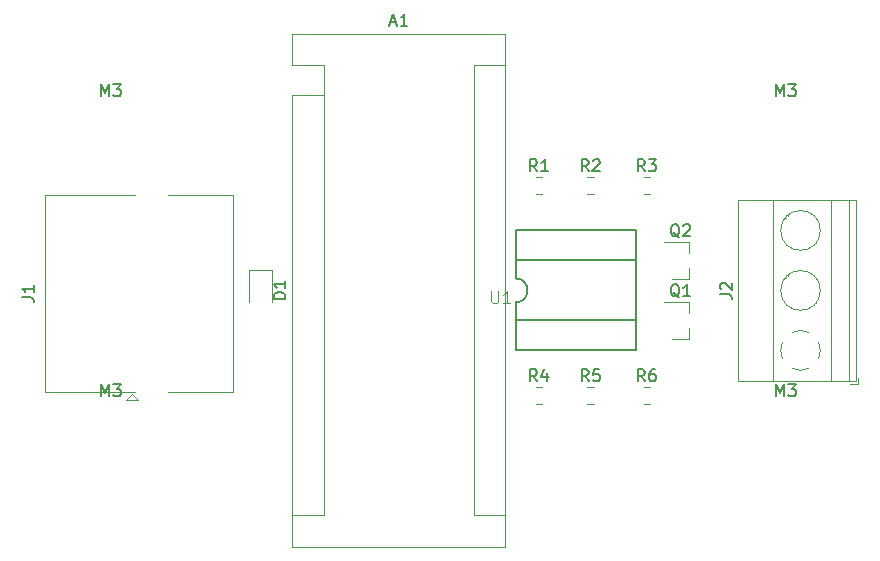
<source format=gbr>
%TF.GenerationSoftware,KiCad,Pcbnew,(5.1.6)-1*%
%TF.CreationDate,2020-09-23T17:10:44+08:00*%
%TF.ProjectId,Power Meter,506f7765-7220-44d6-9574-65722e6b6963,rev?*%
%TF.SameCoordinates,Original*%
%TF.FileFunction,Legend,Top*%
%TF.FilePolarity,Positive*%
%FSLAX46Y46*%
G04 Gerber Fmt 4.6, Leading zero omitted, Abs format (unit mm)*
G04 Created by KiCad (PCBNEW (5.1.6)-1) date 2020-09-23 17:10:44*
%MOMM*%
%LPD*%
G01*
G04 APERTURE LIST*
%ADD10C,0.120000*%
%ADD11C,0.152400*%
%ADD12C,0.203200*%
%ADD13C,0.150000*%
%ADD14C,0.015000*%
G04 APERTURE END LIST*
D10*
%TO.C,A1*%
X148875000Y-76200000D02*
X148875000Y-73660000D01*
X148875000Y-73660000D02*
X146205000Y-73660000D01*
X146205000Y-76200000D02*
X146205000Y-114430000D01*
X146205000Y-70990000D02*
X146205000Y-73660000D01*
X161575000Y-73660000D02*
X164245000Y-73660000D01*
X161575000Y-73660000D02*
X161575000Y-111760000D01*
X161575000Y-111760000D02*
X164245000Y-111760000D01*
X148875000Y-76200000D02*
X146205000Y-76200000D01*
X148875000Y-76200000D02*
X148875000Y-111760000D01*
X148875000Y-111760000D02*
X146205000Y-111760000D01*
X146205000Y-114430000D02*
X164245000Y-114430000D01*
X164245000Y-114430000D02*
X164245000Y-70990000D01*
X164245000Y-70990000D02*
X146205000Y-70990000D01*
%TO.C,D1*%
X142550000Y-91025000D02*
X142550000Y-93710000D01*
X144470000Y-91025000D02*
X142550000Y-91025000D01*
X144470000Y-93710000D02*
X144470000Y-91025000D01*
%TO.C,J1*%
X132150000Y-102020000D02*
X132650000Y-101520000D01*
X133150000Y-102020000D02*
X132150000Y-102020000D01*
X132650000Y-101520000D02*
X133150000Y-102020000D01*
X141210000Y-84595000D02*
X135650000Y-84595000D01*
X141210000Y-101325000D02*
X135650000Y-101325000D01*
X141210000Y-101325000D02*
X141210000Y-84595000D01*
X125240000Y-84595000D02*
X132850000Y-84595000D01*
X125240000Y-101325000D02*
X132850000Y-101325000D01*
X125240000Y-101325000D02*
X125240000Y-84595000D01*
%TO.C,J2*%
X194130000Y-100630000D02*
X194130000Y-100130000D01*
X193390000Y-100630000D02*
X194130000Y-100630000D01*
X190253000Y-88857000D02*
X190299000Y-88904000D01*
X187955000Y-86560000D02*
X187991000Y-86595000D01*
X190469000Y-88664000D02*
X190504000Y-88699000D01*
X188161000Y-86355000D02*
X188207000Y-86402000D01*
X190253000Y-93937000D02*
X190299000Y-93984000D01*
X187955000Y-91640000D02*
X187991000Y-91675000D01*
X190469000Y-93744000D02*
X190504000Y-93779000D01*
X188161000Y-91435000D02*
X188207000Y-91482000D01*
X183969000Y-85030000D02*
X193890000Y-85030000D01*
X183969000Y-100390000D02*
X193890000Y-100390000D01*
X193890000Y-100390000D02*
X193890000Y-85030000D01*
X183969000Y-100390000D02*
X183969000Y-85030000D01*
X186929000Y-100390000D02*
X186929000Y-85030000D01*
X191830000Y-100390000D02*
X191830000Y-85030000D01*
X193330000Y-100390000D02*
X193330000Y-85030000D01*
X190910000Y-87630000D02*
G75*
G03*
X190910000Y-87630000I-1680000J0D01*
G01*
X190910000Y-92710000D02*
G75*
G03*
X190910000Y-92710000I-1680000J0D01*
G01*
X190764756Y-97106682D02*
G75*
G02*
X190910000Y-97790000I-1534756J-683318D01*
G01*
X188546958Y-96254574D02*
G75*
G02*
X189914000Y-96255000I683042J-1535426D01*
G01*
X187694574Y-98473042D02*
G75*
G02*
X187695000Y-97106000I1535426J683042D01*
G01*
X189913042Y-99325426D02*
G75*
G02*
X188546000Y-99325000I-683042J1535426D01*
G01*
X190910253Y-97761195D02*
G75*
G02*
X190765000Y-98474000I-1680253J-28805D01*
G01*
%TO.C,Q1*%
X179830000Y-96830000D02*
X178370000Y-96830000D01*
X179830000Y-93670000D02*
X177670000Y-93670000D01*
X179830000Y-93670000D02*
X179830000Y-94600000D01*
X179830000Y-96830000D02*
X179830000Y-95900000D01*
%TO.C,Q2*%
X179830000Y-91750000D02*
X179830000Y-90820000D01*
X179830000Y-88590000D02*
X179830000Y-89520000D01*
X179830000Y-88590000D02*
X177670000Y-88590000D01*
X179830000Y-91750000D02*
X178370000Y-91750000D01*
%TO.C,R1*%
X166826422Y-84530000D02*
X167343578Y-84530000D01*
X166826422Y-83110000D02*
X167343578Y-83110000D01*
%TO.C,R2*%
X171191422Y-83110000D02*
X171708578Y-83110000D01*
X171191422Y-84530000D02*
X171708578Y-84530000D01*
%TO.C,R3*%
X175939422Y-84530000D02*
X176456578Y-84530000D01*
X175939422Y-83110000D02*
X176456578Y-83110000D01*
%TO.C,R4*%
X166826422Y-100890000D02*
X167343578Y-100890000D01*
X166826422Y-102310000D02*
X167343578Y-102310000D01*
%TO.C,R5*%
X171191422Y-100890000D02*
X171708578Y-100890000D01*
X171191422Y-102310000D02*
X171708578Y-102310000D01*
%TO.C,R6*%
X175939422Y-102310000D02*
X176456578Y-102310000D01*
X175939422Y-100890000D02*
X176456578Y-100890000D01*
D11*
%TO.C,U1*%
X175260000Y-95250000D02*
X175260000Y-97790000D01*
X165100000Y-95250000D02*
X165100000Y-93726000D01*
X165100000Y-95250000D02*
X175260000Y-95250000D01*
X175260000Y-90170000D02*
X175260000Y-95250000D01*
D12*
X165100000Y-90170000D02*
X165100000Y-91694000D01*
D11*
X165100000Y-90170000D02*
X175260000Y-90170000D01*
X165100000Y-97790000D02*
X165100000Y-95250000D01*
X165100000Y-87630000D02*
X165100000Y-90170000D01*
X175260000Y-87630000D02*
X175260000Y-90170000D01*
X165100000Y-97790000D02*
X175260000Y-97790000D01*
X175260000Y-87630000D02*
X165100000Y-87630000D01*
X165100000Y-93726000D02*
G75*
G03*
X165100000Y-91694000I0J1016000D01*
G01*
%TO.C,M3*%
D13*
X187150476Y-76262380D02*
X187150476Y-75262380D01*
X187483809Y-75976666D01*
X187817142Y-75262380D01*
X187817142Y-76262380D01*
X188198095Y-75262380D02*
X188817142Y-75262380D01*
X188483809Y-75643333D01*
X188626666Y-75643333D01*
X188721904Y-75690952D01*
X188769523Y-75738571D01*
X188817142Y-75833809D01*
X188817142Y-76071904D01*
X188769523Y-76167142D01*
X188721904Y-76214761D01*
X188626666Y-76262380D01*
X188340952Y-76262380D01*
X188245714Y-76214761D01*
X188198095Y-76167142D01*
X187150476Y-101662380D02*
X187150476Y-100662380D01*
X187483809Y-101376666D01*
X187817142Y-100662380D01*
X187817142Y-101662380D01*
X188198095Y-100662380D02*
X188817142Y-100662380D01*
X188483809Y-101043333D01*
X188626666Y-101043333D01*
X188721904Y-101090952D01*
X188769523Y-101138571D01*
X188817142Y-101233809D01*
X188817142Y-101471904D01*
X188769523Y-101567142D01*
X188721904Y-101614761D01*
X188626666Y-101662380D01*
X188340952Y-101662380D01*
X188245714Y-101614761D01*
X188198095Y-101567142D01*
X130000476Y-101662380D02*
X130000476Y-100662380D01*
X130333809Y-101376666D01*
X130667142Y-100662380D01*
X130667142Y-101662380D01*
X131048095Y-100662380D02*
X131667142Y-100662380D01*
X131333809Y-101043333D01*
X131476666Y-101043333D01*
X131571904Y-101090952D01*
X131619523Y-101138571D01*
X131667142Y-101233809D01*
X131667142Y-101471904D01*
X131619523Y-101567142D01*
X131571904Y-101614761D01*
X131476666Y-101662380D01*
X131190952Y-101662380D01*
X131095714Y-101614761D01*
X131048095Y-101567142D01*
X130000476Y-76262380D02*
X130000476Y-75262380D01*
X130333809Y-75976666D01*
X130667142Y-75262380D01*
X130667142Y-76262380D01*
X131048095Y-75262380D02*
X131667142Y-75262380D01*
X131333809Y-75643333D01*
X131476666Y-75643333D01*
X131571904Y-75690952D01*
X131619523Y-75738571D01*
X131667142Y-75833809D01*
X131667142Y-76071904D01*
X131619523Y-76167142D01*
X131571904Y-76214761D01*
X131476666Y-76262380D01*
X131190952Y-76262380D01*
X131095714Y-76214761D01*
X131048095Y-76167142D01*
%TO.C,A1*%
X154510714Y-70016666D02*
X154986904Y-70016666D01*
X154415476Y-70302380D02*
X154748809Y-69302380D01*
X155082142Y-70302380D01*
X155939285Y-70302380D02*
X155367857Y-70302380D01*
X155653571Y-70302380D02*
X155653571Y-69302380D01*
X155558333Y-69445238D01*
X155463095Y-69540476D01*
X155367857Y-69588095D01*
%TO.C,D1*%
X145612380Y-93448095D02*
X144612380Y-93448095D01*
X144612380Y-93210000D01*
X144660000Y-93067142D01*
X144755238Y-92971904D01*
X144850476Y-92924285D01*
X145040952Y-92876666D01*
X145183809Y-92876666D01*
X145374285Y-92924285D01*
X145469523Y-92971904D01*
X145564761Y-93067142D01*
X145612380Y-93210000D01*
X145612380Y-93448095D01*
X145612380Y-91924285D02*
X145612380Y-92495714D01*
X145612380Y-92210000D02*
X144612380Y-92210000D01*
X144755238Y-92305238D01*
X144850476Y-92400476D01*
X144898095Y-92495714D01*
%TO.C,J1*%
X123302380Y-93293333D02*
X124016666Y-93293333D01*
X124159523Y-93340952D01*
X124254761Y-93436190D01*
X124302380Y-93579047D01*
X124302380Y-93674285D01*
X124302380Y-92293333D02*
X124302380Y-92864761D01*
X124302380Y-92579047D02*
X123302380Y-92579047D01*
X123445238Y-92674285D01*
X123540476Y-92769523D01*
X123588095Y-92864761D01*
%TO.C,J2*%
X182422380Y-93043333D02*
X183136666Y-93043333D01*
X183279523Y-93090952D01*
X183374761Y-93186190D01*
X183422380Y-93329047D01*
X183422380Y-93424285D01*
X182517619Y-92614761D02*
X182470000Y-92567142D01*
X182422380Y-92471904D01*
X182422380Y-92233809D01*
X182470000Y-92138571D01*
X182517619Y-92090952D01*
X182612857Y-92043333D01*
X182708095Y-92043333D01*
X182850952Y-92090952D01*
X183422380Y-92662380D01*
X183422380Y-92043333D01*
%TO.C,Q1*%
X178974761Y-93297619D02*
X178879523Y-93250000D01*
X178784285Y-93154761D01*
X178641428Y-93011904D01*
X178546190Y-92964285D01*
X178450952Y-92964285D01*
X178498571Y-93202380D02*
X178403333Y-93154761D01*
X178308095Y-93059523D01*
X178260476Y-92869047D01*
X178260476Y-92535714D01*
X178308095Y-92345238D01*
X178403333Y-92250000D01*
X178498571Y-92202380D01*
X178689047Y-92202380D01*
X178784285Y-92250000D01*
X178879523Y-92345238D01*
X178927142Y-92535714D01*
X178927142Y-92869047D01*
X178879523Y-93059523D01*
X178784285Y-93154761D01*
X178689047Y-93202380D01*
X178498571Y-93202380D01*
X179879523Y-93202380D02*
X179308095Y-93202380D01*
X179593809Y-93202380D02*
X179593809Y-92202380D01*
X179498571Y-92345238D01*
X179403333Y-92440476D01*
X179308095Y-92488095D01*
%TO.C,Q2*%
X178974761Y-88217619D02*
X178879523Y-88170000D01*
X178784285Y-88074761D01*
X178641428Y-87931904D01*
X178546190Y-87884285D01*
X178450952Y-87884285D01*
X178498571Y-88122380D02*
X178403333Y-88074761D01*
X178308095Y-87979523D01*
X178260476Y-87789047D01*
X178260476Y-87455714D01*
X178308095Y-87265238D01*
X178403333Y-87170000D01*
X178498571Y-87122380D01*
X178689047Y-87122380D01*
X178784285Y-87170000D01*
X178879523Y-87265238D01*
X178927142Y-87455714D01*
X178927142Y-87789047D01*
X178879523Y-87979523D01*
X178784285Y-88074761D01*
X178689047Y-88122380D01*
X178498571Y-88122380D01*
X179308095Y-87217619D02*
X179355714Y-87170000D01*
X179450952Y-87122380D01*
X179689047Y-87122380D01*
X179784285Y-87170000D01*
X179831904Y-87217619D01*
X179879523Y-87312857D01*
X179879523Y-87408095D01*
X179831904Y-87550952D01*
X179260476Y-88122380D01*
X179879523Y-88122380D01*
%TO.C,R1*%
X166918333Y-82622380D02*
X166585000Y-82146190D01*
X166346904Y-82622380D02*
X166346904Y-81622380D01*
X166727857Y-81622380D01*
X166823095Y-81670000D01*
X166870714Y-81717619D01*
X166918333Y-81812857D01*
X166918333Y-81955714D01*
X166870714Y-82050952D01*
X166823095Y-82098571D01*
X166727857Y-82146190D01*
X166346904Y-82146190D01*
X167870714Y-82622380D02*
X167299285Y-82622380D01*
X167585000Y-82622380D02*
X167585000Y-81622380D01*
X167489761Y-81765238D01*
X167394523Y-81860476D01*
X167299285Y-81908095D01*
%TO.C,R2*%
X171283333Y-82622380D02*
X170950000Y-82146190D01*
X170711904Y-82622380D02*
X170711904Y-81622380D01*
X171092857Y-81622380D01*
X171188095Y-81670000D01*
X171235714Y-81717619D01*
X171283333Y-81812857D01*
X171283333Y-81955714D01*
X171235714Y-82050952D01*
X171188095Y-82098571D01*
X171092857Y-82146190D01*
X170711904Y-82146190D01*
X171664285Y-81717619D02*
X171711904Y-81670000D01*
X171807142Y-81622380D01*
X172045238Y-81622380D01*
X172140476Y-81670000D01*
X172188095Y-81717619D01*
X172235714Y-81812857D01*
X172235714Y-81908095D01*
X172188095Y-82050952D01*
X171616666Y-82622380D01*
X172235714Y-82622380D01*
%TO.C,R3*%
X176031333Y-82622380D02*
X175698000Y-82146190D01*
X175459904Y-82622380D02*
X175459904Y-81622380D01*
X175840857Y-81622380D01*
X175936095Y-81670000D01*
X175983714Y-81717619D01*
X176031333Y-81812857D01*
X176031333Y-81955714D01*
X175983714Y-82050952D01*
X175936095Y-82098571D01*
X175840857Y-82146190D01*
X175459904Y-82146190D01*
X176364666Y-81622380D02*
X176983714Y-81622380D01*
X176650380Y-82003333D01*
X176793238Y-82003333D01*
X176888476Y-82050952D01*
X176936095Y-82098571D01*
X176983714Y-82193809D01*
X176983714Y-82431904D01*
X176936095Y-82527142D01*
X176888476Y-82574761D01*
X176793238Y-82622380D01*
X176507523Y-82622380D01*
X176412285Y-82574761D01*
X176364666Y-82527142D01*
%TO.C,R4*%
X166918333Y-100402380D02*
X166585000Y-99926190D01*
X166346904Y-100402380D02*
X166346904Y-99402380D01*
X166727857Y-99402380D01*
X166823095Y-99450000D01*
X166870714Y-99497619D01*
X166918333Y-99592857D01*
X166918333Y-99735714D01*
X166870714Y-99830952D01*
X166823095Y-99878571D01*
X166727857Y-99926190D01*
X166346904Y-99926190D01*
X167775476Y-99735714D02*
X167775476Y-100402380D01*
X167537380Y-99354761D02*
X167299285Y-100069047D01*
X167918333Y-100069047D01*
%TO.C,R5*%
X171283333Y-100402380D02*
X170950000Y-99926190D01*
X170711904Y-100402380D02*
X170711904Y-99402380D01*
X171092857Y-99402380D01*
X171188095Y-99450000D01*
X171235714Y-99497619D01*
X171283333Y-99592857D01*
X171283333Y-99735714D01*
X171235714Y-99830952D01*
X171188095Y-99878571D01*
X171092857Y-99926190D01*
X170711904Y-99926190D01*
X172188095Y-99402380D02*
X171711904Y-99402380D01*
X171664285Y-99878571D01*
X171711904Y-99830952D01*
X171807142Y-99783333D01*
X172045238Y-99783333D01*
X172140476Y-99830952D01*
X172188095Y-99878571D01*
X172235714Y-99973809D01*
X172235714Y-100211904D01*
X172188095Y-100307142D01*
X172140476Y-100354761D01*
X172045238Y-100402380D01*
X171807142Y-100402380D01*
X171711904Y-100354761D01*
X171664285Y-100307142D01*
%TO.C,R6*%
X176031333Y-100402380D02*
X175698000Y-99926190D01*
X175459904Y-100402380D02*
X175459904Y-99402380D01*
X175840857Y-99402380D01*
X175936095Y-99450000D01*
X175983714Y-99497619D01*
X176031333Y-99592857D01*
X176031333Y-99735714D01*
X175983714Y-99830952D01*
X175936095Y-99878571D01*
X175840857Y-99926190D01*
X175459904Y-99926190D01*
X176888476Y-99402380D02*
X176698000Y-99402380D01*
X176602761Y-99450000D01*
X176555142Y-99497619D01*
X176459904Y-99640476D01*
X176412285Y-99830952D01*
X176412285Y-100211904D01*
X176459904Y-100307142D01*
X176507523Y-100354761D01*
X176602761Y-100402380D01*
X176793238Y-100402380D01*
X176888476Y-100354761D01*
X176936095Y-100307142D01*
X176983714Y-100211904D01*
X176983714Y-99973809D01*
X176936095Y-99878571D01*
X176888476Y-99830952D01*
X176793238Y-99783333D01*
X176602761Y-99783333D01*
X176507523Y-99830952D01*
X176459904Y-99878571D01*
X176412285Y-99973809D01*
%TO.C,U1*%
D14*
X163060296Y-92797486D02*
X163060296Y-93607896D01*
X163107967Y-93703238D01*
X163155639Y-93750909D01*
X163250981Y-93798580D01*
X163441665Y-93798580D01*
X163537008Y-93750909D01*
X163584679Y-93703238D01*
X163632350Y-93607896D01*
X163632350Y-92797486D01*
X164633444Y-93798580D02*
X164061390Y-93798580D01*
X164347417Y-93798580D02*
X164347417Y-92797486D01*
X164252075Y-92940500D01*
X164156733Y-93035842D01*
X164061390Y-93083513D01*
%TD*%
M02*

</source>
